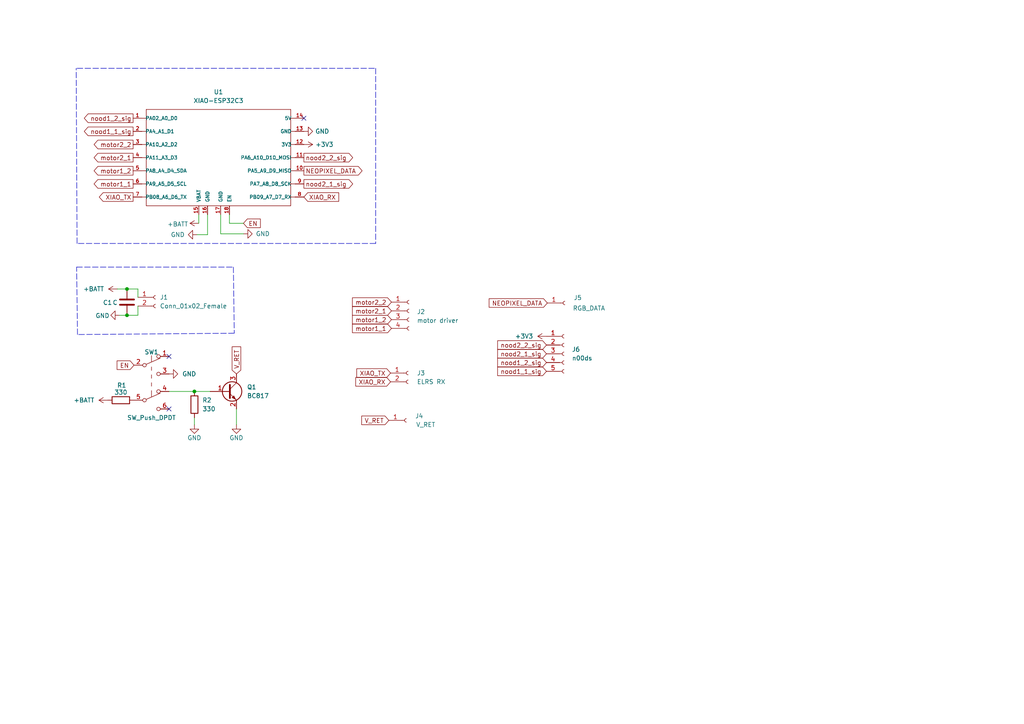
<source format=kicad_sch>
(kicad_sch (version 20211123) (generator eeschema)
  (paper "A4")
  (lib_symbols
    (symbol "Connector:Conn_01x01_Female" (pin_names (offset 1.016) hide)
      (property "Reference" "J" (at 0 2.54 0))
      (property "Value" "Conn_01x01_Female" (at 0 -2.54 0))
      (symbol "Conn_01x01_Female_1_1"
        (polyline (pts (xy -1.27 0) (xy -0.508 0)) (stroke (width 0.1524)))
        (arc (start 0 0.508) (mid -0.508 0) (end 0 -0.508) (stroke (width 0.1524)))
        (pin passive line (at -5.08 0 0) (length 3.81) (name "Pin_1") (number "1"))
      )
    )
    (symbol "Connector:Conn_01x02_Female" (pin_names (offset 1.016) hide)
      (property "Reference" "J" (at 0 2.54 0))
      (property "Value" "Conn_01x02_Female" (at 0 -5.08 0))
      (symbol "Conn_01x02_Female_1_1"
        (arc (start 0 -2.032) (mid -0.508 -2.54) (end 0 -3.048) (stroke (width 0.1524)))
        (polyline (pts (xy -1.27 -2.54) (xy -0.508 -2.54)) (stroke (width 0.1524)))
        (polyline (pts (xy -1.27 0) (xy -0.508 0)) (stroke (width 0.1524)))
        (arc (start 0 0.508) (mid -0.508 0) (end 0 -0.508) (stroke (width 0.1524)))
        (pin passive line (at -5.08 0 0) (length 3.81) (name "Pin_1") (number "1"))
        (pin passive line (at -5.08 -2.54 0) (length 3.81) (name "Pin_2") (number "2"))
      )
    )
    (symbol "Connector:Conn_01x04_Female" (pin_names (offset 1.016) hide)
      (property "Reference" "J" (at 0 5.08 0))
      (property "Value" "Conn_01x04_Female" (at 0 -7.62 0))
      (symbol "Conn_01x04_Female_1_1"
        (arc (start 0 -4.572) (mid -0.508 -5.08) (end 0 -5.588) (stroke (width 0.1524)))
        (arc (start 0 -2.032) (mid -0.508 -2.54) (end 0 -3.048) (stroke (width 0.1524)))
        (polyline (pts (xy -1.27 -5.08) (xy -0.508 -5.08)) (stroke (width 0.1524)))
        (polyline (pts (xy -1.27 -2.54) (xy -0.508 -2.54)) (stroke (width 0.1524)))
        (polyline (pts (xy -1.27 0) (xy -0.508 0)) (stroke (width 0.1524)))
        (polyline (pts (xy -1.27 2.54) (xy -0.508 2.54)) (stroke (width 0.1524)))
        (arc (start 0 0.508) (mid -0.508 0) (end 0 -0.508) (stroke (width 0.1524)))
        (arc (start 0 3.048) (mid -0.508 2.54) (end 0 2.032) (stroke (width 0.1524)))
        (pin passive line (at -5.08 2.54 0) (length 3.81) (name "Pin_1") (number "1"))
        (pin passive line (at -5.08 0 0) (length 3.81) (name "Pin_2") (number "2"))
        (pin passive line (at -5.08 -2.54 0) (length 3.81) (name "Pin_3") (number "3"))
        (pin passive line (at -5.08 -5.08 0) (length 3.81) (name "Pin_4") (number "4"))
      )
    )
    (symbol "Connector:Conn_01x05_Female" (pin_names (offset 1.016) hide)
      (property "Reference" "J" (at 0 7.62 0))
      (property "Value" "Conn_01x05_Female" (at 0 -7.62 0))
      (symbol "Conn_01x05_Female_1_1"
        (arc (start 0 -4.572) (mid -0.508 -5.08) (end 0 -5.588) (stroke (width 0.1524)))
        (arc (start 0 -2.032) (mid -0.508 -2.54) (end 0 -3.048) (stroke (width 0.1524)))
        (polyline (pts (xy -1.27 -5.08) (xy -0.508 -5.08)) (stroke (width 0.1524)))
        (polyline (pts (xy -1.27 -2.54) (xy -0.508 -2.54)) (stroke (width 0.1524)))
        (polyline (pts (xy -1.27 0) (xy -0.508 0)) (stroke (width 0.1524)))
        (polyline (pts (xy -1.27 2.54) (xy -0.508 2.54)) (stroke (width 0.1524)))
        (polyline (pts (xy -1.27 5.08) (xy -0.508 5.08)) (stroke (width 0.1524)))
        (arc (start 0 0.508) (mid -0.508 0) (end 0 -0.508) (stroke (width 0.1524)))
        (arc (start 0 3.048) (mid -0.508 2.54) (end 0 2.032) (stroke (width 0.1524)))
        (arc (start 0 5.588) (mid -0.508 5.08) (end 0 4.572) (stroke (width 0.1524)))
        (pin passive line (at -5.08 5.08 0) (length 3.81) (name "Pin_1") (number "1"))
        (pin passive line (at -5.08 2.54 0) (length 3.81) (name "Pin_2") (number "2"))
        (pin passive line (at -5.08 0 0) (length 3.81) (name "Pin_3") (number "3"))
        (pin passive line (at -5.08 -2.54 0) (length 3.81) (name "Pin_4") (number "4"))
        (pin passive line (at -5.08 -5.08 0) (length 3.81) (name "Pin_5") (number "5"))
      )
    )
    (symbol "Device:C" (pin_numbers hide) (pin_names (offset 0.254))
      (property "Reference" "C" (at 0.635 2.54 0))
      (property "Value" "C" (at 0.635 -2.54 0))
      (symbol "C_0_1"
        (polyline (pts (xy -2.032 -0.762) (xy 2.032 -0.762)) (stroke (width 0.508)))
        (polyline (pts (xy -2.032 0.762) (xy 2.032 0.762)) (stroke (width 0.508)))
      )
      (symbol "C_1_1"
        (pin passive line (at 0 3.81 270) (length 2.794) (name "~") (number "1"))
        (pin passive line (at 0 -3.81 90) (length 2.794) (name "~") (number "2"))
      )
    )
    (symbol "Device:R" (pin_numbers hide) (pin_names (offset 0))
      (property "Reference" "R" (at 2.032 0 90))
      (property "Value" "R" (at 0 0 90))
      (symbol "R_0_1"
        (rectangle (start -1.016 -2.54) (end 1.016 2.54) (stroke (width 0.254)))
      )
      (symbol "R_1_1"
        (pin passive line (at 0 3.81 270) (length 1.27) (name "~") (number "1"))
        (pin passive line (at 0 -3.81 90) (length 1.27) (name "~") (number "2"))
      )
    )
    (symbol "Switch:SW_Push_DPDT" (pin_names (offset 0) hide)
      (property "Reference" "SW" (at 0 8.89 0))
      (property "Value" "SW_Push_DPDT" (at 0 -10.16 0))
      (symbol "SW_Push_DPDT_0_0"
        (circle (center -2.032 -5.08) (radius 0.508))
        (circle (center -2.032 5.08) (radius 0.508))
        (circle (center 2.032 -7.62) (radius 0.508))
        (circle (center 2.032 2.54) (radius 0.508))
      )
      (symbol "SW_Push_DPDT_0_1"
        (polyline (pts (xy -1.524 -4.826) (xy 2.54 -3.048)))
        (polyline (pts (xy -1.524 5.334) (xy 2.54 7.112)))
        (polyline (pts (xy 0 -2.286) (xy 0 -4.064)))
        (polyline (pts (xy 0 -1.016) (xy 0 0)))
        (polyline (pts (xy 0 1.27) (xy 0 2.286)))
        (polyline (pts (xy 0 3.556) (xy 0 4.572)))
        (polyline (pts (xy 0 7.874) (xy 0 6.096)))
        (circle (center 2.032 -2.54) (radius 0.508))
        (circle (center 2.032 7.62) (radius 0.508))
      )
      (symbol "SW_Push_DPDT_1_1"
        (pin passive line (at 5.08 7.62 180) (length 2.54) (name "A") (number "1"))
        (pin passive line (at -5.08 5.08 0) (length 2.54) (name "B") (number "2"))
        (pin passive line (at 5.08 2.54 180) (length 2.54) (name "C") (number "3"))
        (pin passive line (at 5.08 -2.54 180) (length 2.54) (name "A") (number "4"))
        (pin passive line (at -5.08 -5.08 0) (length 2.54) (name "B") (number "5"))
        (pin passive line (at 5.08 -7.62 180) (length 2.54) (name "C") (number "6"))
      )
    )
    (symbol "Transistor_BJT:BC817" (pin_names (offset 0) hide)
      (property "Reference" "Q" (at 5.08 1.905 0))
      (property "Value" "BC817" (at 5.08 0 0))
      (symbol "BC817_0_1"
        (polyline (pts (xy 0.635 0.635) (xy 2.54 2.54)))
        (polyline (pts (xy 0.635 -0.635) (xy 2.54 -2.54) (xy 2.54 -2.54)))
        (polyline (pts (xy 0.635 1.905) (xy 0.635 -1.905) (xy 0.635 -1.905)) (stroke (width 0.508)))
        (polyline (pts (xy 1.27 -1.778) (xy 1.778 -1.27) (xy 2.286 -2.286) (xy 1.27 -1.778) (xy 1.27 -1.778)) (fill (type outline)))
        (circle (center 1.27 0) (radius 2.8194) (stroke (width 0.254)))
      )
      (symbol "BC817_1_1"
        (pin input line (at -5.08 0 0) (length 5.715) (name "B") (number "1"))
        (pin passive line (at 2.54 -5.08 90) (length 2.54) (name "E") (number "2"))
        (pin passive line (at 2.54 5.08 270) (length 2.54) (name "C") (number "3"))
      )
    )
    (symbol "power:+3.3V" (power) (pin_names (offset 0))
      (property "Value" "+3.3V" (at 0 3.556 0))
      (symbol "+3.3V_0_1"
        (polyline (pts (xy -0.762 1.27) (xy 0 2.54)))
        (polyline (pts (xy 0 0) (xy 0 2.54)))
        (polyline (pts (xy 0 2.54) (xy 0.762 1.27)))
      )
      (symbol "+3.3V_1_1"
        (pin power_in line (at 0 0 90) (length 0) hide (name "+3V3") (number "1"))
      )
    )
    (symbol "power:+BATT" (power) (pin_names (offset 0))
      (property "Value" "+BATT" (at 0 3.556 0))
      (symbol "+BATT_0_1"
        (polyline (pts (xy -0.762 1.27) (xy 0 2.54)))
        (polyline (pts (xy 0 0) (xy 0 2.54)))
        (polyline (pts (xy 0 2.54) (xy 0.762 1.27)))
      )
      (symbol "+BATT_1_1"
        (pin power_in line (at 0 0 90) (length 0) hide (name "+BATT") (number "1"))
      )
    )
    (symbol "power:GND" (power) (pin_names (offset 0))
      (property "Value" "GND" (at 0 -3.81 0))
      (symbol "GND_0_1"
        (polyline (pts (xy 0 0) (xy 0 -1.27) (xy 1.27 -1.27) (xy 0 -2.54) (xy -1.27 -1.27) (xy 0 -1.27)))
      )
      (symbol "GND_1_1"
        (pin power_in line (at 0 0 270) (length 0) hide (name "GND") (number "1"))
      )
    )
    (symbol "xiao esp32c3:MOUDLE-SEEEDUINO-XIAO-ESP32C3" (pin_names (offset 1.016))
      (property "Reference" "U" (at -0.635 19.05 0))
      (property "Value" "MOUDLE-SEEEDUINO-XIAO-ESP32C3" (at -18.415 14.605 0))
      (symbol "MOUDLE-SEEEDUINO-XIAO-ESP32C3_0_0"
        (polyline (pts (xy -21.59 -13.97) (xy -21.59 0)) (stroke (width 0.1524)))
        (polyline (pts (xy -21.59 -11.43) (xy -22.86 -11.43)) (stroke (width 0.1524)))
        (polyline (pts (xy -21.59 -7.62) (xy -22.86 -7.62)) (stroke (width 0.1524)))
        (polyline (pts (xy -21.59 -3.81) (xy -22.86 -3.81)) (stroke (width 0.1524)))
        (polyline (pts (xy -21.59 0) (xy -22.86 0)) (stroke (width 0.1524)))
        (polyline (pts (xy -21.59 0) (xy -21.59 3.81)) (stroke (width 0.1524)))
        (polyline (pts (xy -21.59 3.81) (xy -22.86 3.81)) (stroke (width 0.1524)))
        (polyline (pts (xy -21.59 3.81) (xy -21.59 7.62)) (stroke (width 0.1524)))
        (polyline (pts (xy -21.59 7.62) (xy -22.86 7.62)) (stroke (width 0.1524)))
        (polyline (pts (xy -21.59 7.62) (xy -21.59 11.43)) (stroke (width 0.1524)))
        (polyline (pts (xy -21.59 11.43) (xy -22.86 11.43)) (stroke (width 0.1524)))
        (polyline (pts (xy -21.59 11.43) (xy -21.59 13.97)) (stroke (width 0.1524)))
        (polyline (pts (xy -21.59 13.97) (xy 20.32 13.97)) (stroke (width 0.1524)))
        (polyline (pts (xy 20.32 -13.97) (xy -21.59 -13.97)) (stroke (width 0.1524)))
        (polyline (pts (xy 20.32 3.81) (xy 20.32 -13.97)) (stroke (width 0.1524)))
        (polyline (pts (xy 20.32 7.62) (xy 20.32 3.81)) (stroke (width 0.1524)))
        (polyline (pts (xy 20.32 11.43) (xy 20.32 7.62)) (stroke (width 0.1524)))
        (polyline (pts (xy 20.32 13.97) (xy 20.32 11.43)) (stroke (width 0.1524)))
        (polyline (pts (xy 21.59 -11.43) (xy 20.32 -11.43)) (stroke (width 0.1524)))
        (polyline (pts (xy 21.59 -7.62) (xy 20.32 -7.62)) (stroke (width 0.1524)))
        (polyline (pts (xy 21.59 -3.81) (xy 20.32 -3.81)) (stroke (width 0.1524)))
        (polyline (pts (xy 21.59 0) (xy 20.32 0)) (stroke (width 0.1524)))
        (polyline (pts (xy 21.59 3.81) (xy 20.32 3.81)) (stroke (width 0.1524)))
        (polyline (pts (xy 21.59 7.62) (xy 20.32 7.62)) (stroke (width 0.1524)))
        (polyline (pts (xy 21.59 11.43) (xy 20.32 11.43)) (stroke (width 0.1524)))
        (pin bidirectional line (at -25.4 11.43 0) (length 2.54) (name "PA02_A0_D0") (number "1"))
        (pin bidirectional line (at 24.13 -3.81 180) (length 2.54) (name "PA5_A9_D9_MISO") (number "10"))
        (pin bidirectional line (at 24.13 0 180) (length 2.54) (name "PA6_A10_D10_MOSI") (number "11"))
        (pin power_out line (at 24.13 3.81 180) (length 2.54) (name "3V3") (number "12"))
        (pin power_in line (at 24.13 7.62 180) (length 2.54) (name "GND") (number "13"))
        (pin power_out line (at 24.13 11.43 180) (length 2.54) (name "5V") (number "14"))
        (pin power_in line (at -6.35 -16.51 90) (length 2.54) (name "VBAT") (number "15"))
        (pin power_in line (at -3.81 -16.51 90) (length 2.54) (name "GND") (number "16"))
        (pin power_in line (at 0 -16.51 90) (length 2.54) (name "GND") (number "17"))
        (pin input line (at 2.54 -16.51 90) (length 2.54) (name "EN") (number "18"))
        (pin bidirectional line (at -25.4 7.62 0) (length 2.54) (name "PA4_A1_D1") (number "2"))
        (pin bidirectional line (at -25.4 3.81 0) (length 2.54) (name "PA10_A2_D2") (number "3"))
        (pin bidirectional line (at -25.4 0 0) (length 2.54) (name "PA11_A3_D3") (number "4"))
        (pin bidirectional line (at -25.4 -3.81 0) (length 2.54) (name "PA8_A4_D4_SDA") (number "5"))
        (pin bidirectional line (at -25.4 -7.62 0) (length 2.54) (name "PA9_A5_D5_SCL") (number "6"))
        (pin bidirectional line (at -25.4 -11.43 0) (length 2.54) (name "PB08_A6_D6_TX") (number "7"))
        (pin bidirectional line (at 24.13 -11.43 180) (length 2.54) (name "PB09_A7_D7_RX") (number "8"))
        (pin bidirectional line (at 24.13 -7.62 180) (length 2.54) (name "PA7_A8_D8_SCK") (number "9"))
      )
    )
  )
  (junction (at 36.83 83.82))
  (junction (at 36.83 91.44))
  (junction (at 56.388 113.538))
  (no_connect (at 49.022 118.618))
  (no_connect (at 88.138 34.29))
  (no_connect (at 49.022 103.378))
  (wire (pts (xy 66.548 62.23) (xy 66.548 64.77)))
  (wire (pts (xy 70.612 67.818) (xy 64.008 67.818)))
  (wire (pts (xy 56.388 123.19) (xy 56.388 121.158)))
  (wire (pts (xy 64.008 67.818) (xy 64.008 62.23)))
  (wire (pts (xy 34.036 83.82) (xy 36.83 83.82)))
  (wire (pts (xy 68.58 118.618) (xy 68.58 123.19)))
  (wire (pts (xy 40.005 88.773) (xy 40.005 91.44)))
  (wire (pts (xy 34.671 91.44) (xy 36.83 91.44)))
  (polyline (pts (xy 67.691 77.47) (xy 67.945 96.647)))
  (polyline (pts (xy 108.966 19.812) (xy 108.966 70.612)))
  (polyline (pts (xy 22.479 97.028) (xy 22.225 77.47)))
  (wire (pts (xy 57.658 64.77) (xy 57.658 62.23)))
  (wire (pts (xy 40.005 83.82) (xy 36.83 83.82)))
  (wire (pts (xy 56.388 113.538) (xy 60.96 113.538)))
  (wire (pts (xy 60.198 68.072) (xy 60.198 62.23)))
  (polyline (pts (xy 22.352 19.812) (xy 108.966 19.812)))
  (wire (pts (xy 57.15 68.072) (xy 60.198 68.072)))
  (wire (pts (xy 40.005 86.233) (xy 40.005 83.82)))
  (wire (pts (xy 36.83 91.44) (xy 40.005 91.44)))
  (polyline (pts (xy 22.225 77.47) (xy 67.691 77.47)))
  (wire (pts (xy 66.548 64.77) (xy 70.612 64.77)))
  (polyline (pts (xy 108.966 70.612) (xy 22.352 70.612)))
  (polyline (pts (xy 22.352 70.612) (xy 22.098 19.812)))
  (polyline (pts (xy 67.945 96.647) (xy 22.479 97.028)))
  (wire (pts (xy 49.022 113.538) (xy 56.388 113.538)))
  (global_label "nood1_1_sig" (shape output) (at 38.608 38.1 180) (property "Intersheet References" "${INTERSHEET_REFS}" (effects hide)))
  (global_label "V_RET" (shape input) (at 112.776 121.92 180) (property "Intersheet References" "${INTERSHEET_REFS}" (effects hide)))
  (global_label "nood1_1_sig" (shape input) (at 158.496 107.696 180) (property "Intersheet References" "${INTERSHEET_REFS}" (effects hide)))
  (global_label "motor2_2" (shape output) (at 38.608 41.91 180) (property "Intersheet References" "${INTERSHEET_REFS}" (effects hide)))
  (global_label "XIAO_TX" (shape input) (at 113.284 108.204 180) (property "Intersheet References" "${INTERSHEET_REFS}" (effects hide)))
  (global_label "nood2_2_sig" (shape input) (at 158.496 100.076 180) (property "Intersheet References" "${INTERSHEET_REFS}" (effects hide)))
  (global_label "nood2_1_sig" (shape input) (at 158.496 102.616 180) (property "Intersheet References" "${INTERSHEET_REFS}" (effects hide)))
  (global_label "XIAO_RX" (shape input) (at 113.284 110.744 180) (property "Intersheet References" "${INTERSHEET_REFS}" (effects hide)))
  (global_label "NEOPIXEL_DATA" (shape output) (at 88.138 49.53 0) (property "Intersheet References" "${INTERSHEET_REFS}" (effects hide)))
  (global_label "nood2_1_sig" (shape output) (at 88.138 53.34 0) (property "Intersheet References" "${INTERSHEET_REFS}" (effects hide)))
  (global_label "nood1_2_sig" (shape output) (at 38.608 34.29 180) (property "Intersheet References" "${INTERSHEET_REFS}" (effects hide)))
  (global_label "EN" (shape input) (at 38.862 105.918 180) (property "Intersheet References" "${INTERSHEET_REFS}" (effects hide)))
  (global_label "motor1_2" (shape output) (at 38.608 49.53 180) (property "Intersheet References" "${INTERSHEET_REFS}" (effects hide)))
  (global_label "motor1_1" (shape output) (at 38.608 53.34 180) (property "Intersheet References" "${INTERSHEET_REFS}" (effects hide)))
  (global_label "motor1_2" (shape input) (at 113.538 92.71 180) (property "Intersheet References" "${INTERSHEET_REFS}" (effects hide)))
  (global_label "EN" (shape input) (at 70.612 64.77 0) (property "Intersheet References" "${INTERSHEET_REFS}" (effects hide)))
  (global_label "motor2_1" (shape input) (at 113.538 90.17 180) (property "Intersheet References" "${INTERSHEET_REFS}" (effects hide)))
  (global_label "nood1_2_sig" (shape input) (at 158.496 105.156 180) (property "Intersheet References" "${INTERSHEET_REFS}" (effects hide)))
  (global_label "V_RET" (shape input) (at 68.58 108.458 90) (property "Intersheet References" "${INTERSHEET_REFS}" (effects hide)))
  (global_label "motor2_1" (shape output) (at 38.608 45.72 180) (property "Intersheet References" "${INTERSHEET_REFS}" (effects hide)))
  (global_label "motor1_1" (shape input) (at 113.538 95.25 180) (property "Intersheet References" "${INTERSHEET_REFS}" (effects hide)))
  (global_label "nood2_2_sig" (shape output) (at 88.138 45.72 0) (property "Intersheet References" "${INTERSHEET_REFS}" (effects hide)))
  (global_label "XIAO_RX" (shape input) (at 88.138 57.15 0) (property "Intersheet References" "${INTERSHEET_REFS}" (effects hide)))
  (global_label "NEOPIXEL_DATA" (shape input) (at 158.75 87.884 180) (property "Intersheet References" "${INTERSHEET_REFS}" (effects hide)))
  (global_label "motor2_2" (shape input) (at 113.538 87.63 180) (property "Intersheet References" "${INTERSHEET_REFS}" (effects hide)))
  (global_label "XIAO_TX" (shape output) (at 38.608 57.15 180) (property "Intersheet References" "${INTERSHEET_REFS}" (effects hide)))
  (symbol (lib_id "Connector:Conn_01x01_Female") (at 117.856 121.92 0) (unit 1)
    (property "Reference" "J4" (at 120.396 120.65 0) (effects (justify left)))
    (property "Value" "V_RET" (at 120.65 123.19 0) (effects (justify left)))
    (property "Footprint" "haribo_kimchi_boards:smd_solder_pads_1x01_2.54mm" (effects hide))
  )
  (symbol (lib_id "Connector:Conn_01x02_Female") (at 118.364 108.204 0) (unit 1)
    (property "Reference" "J3" (at 120.904 108.204 0) (effects (justify left)))
    (property "Value" "ELRS RX" (at 120.904 110.744 0) (effects (justify left)))
    (property "Footprint" "haribo_kimchi_boards:smd_solder_pads_1x02_2.54mm" (effects hide))
  )
  (symbol (lib_id "Device:R") (at 56.388 117.348 180) (unit 1)
    (property "Reference" "R2" (at 58.674 116.0779 0) (effects (justify right)))
    (property "Value" "330" (at 58.674 118.6179 0) (effects (justify right)))
    (property "Footprint" "Resistor_SMD:R_0805_2012Metric_Pad1.20x1.40mm_HandSolder" (effects hide))
  )
  (symbol (lib_id "Connector:Conn_01x01_Female") (at 163.83 87.884 0) (unit 1)
    (property "Reference" "J5" (at 166.37 86.36 0) (effects (justify left)))
    (property "Value" "RGB_DATA" (at 166.116 89.408 0) (effects (justify left)))
    (property "Footprint" "haribo_kimchi_boards:smd_solder_pads_1x01_2.54mm" (effects hide))
  )
  (symbol (lib_id "Switch:SW_Push_DPDT") (at 43.942 110.998 0) (unit 1)
    (property "Reference" "SW1" (at 43.942 102.108 0))
    (property "Value" "SW_Push_DPDT" (at 43.942 121.158 0))
    (property "Footprint" "haribo_kimchi_extra_footprints:Nidec_2x03_dpdt_CL-SB-22B-11" (effects hide))
  )
  (symbol (lib_id "power:+3.3V") (at 88.138 41.91 270) (unit 1)
    (property "Reference" "#PWR0112" (effects hide))
    (property "Value" "+3.3V" (at 91.44 41.9099 90) (effects (justify left)))
  )
  (symbol (lib_id "Transistor_BJT:BC817") (at 66.04 113.538 0) (unit 1)
    (property "Reference" "Q1" (at 71.628 112.2679 0) (effects (justify left)))
    (property "Value" "BC817" (at 71.628 114.8079 0) (effects (justify left)))
    (property "Footprint" "Package_TO_SOT_SMD:SOT-23" (effects hide))
    (property "Datasheet" "https://www.onsemi.com/pub/Collateral/BC818-D.pdf" (effects hide))
  )
  (symbol (lib_id "power:+BATT") (at 31.242 116.078 90) (unit 1)
    (property "Reference" "#PWR01" (effects hide))
    (property "Value" "+BATT" (at 27.432 116.0779 90) (effects (justify left)))
  )
  (symbol (lib_id "xiao esp32c3:MOUDLE-SEEEDUINO-XIAO-ESP32C3") (at 64.008 45.72 0) (unit 1)
    (property "Reference" "U1" (at 63.373 26.67 0))
    (property "Value" "XIAO-ESP32C3" (at 63.373 29.21 0))
    (property "Footprint" "xiao esp32c3:MOUDLE14P-SMD-2.54-21X17.8MM" (effects hide))
  )
  (symbol (lib_id "power:GND") (at 70.612 67.818 90) (unit 1)
    (property "Reference" "#PWR05" (effects hide))
    (property "Value" "GND" (at 74.168 67.8179 90) (effects (justify right)))
  )
  (symbol (lib_id "power:GND") (at 34.671 91.44 270) (unit 1)
    (property "Reference" "#PWR0106" (effects hide))
    (property "Value" "GND" (at 29.718 91.567 90))
  )
  (symbol (lib_id "power:+BATT") (at 57.658 64.77 90) (unit 1)
    (property "Reference" "#PWR0110" (effects hide))
    (property "Value" "+BATT" (at 48.514 65.024 90) (effects (justify right)))
  )
  (symbol (lib_id "power:GND") (at 49.022 108.458 90) (unit 1)
    (property "Reference" "#PWR02" (effects hide))
    (property "Value" "GND" (at 52.832 108.458 90) (effects (justify right)))
  )
  (symbol (lib_id "Connector:Conn_01x02_Female") (at 45.085 86.233 0) (unit 1)
    (property "Reference" "J1" (at 46.355 86.2329 0) (effects (justify left)))
    (property "Value" "Conn_01x02_Female" (at 46.355 88.7729 0) (effects (justify left)))
    (property "Footprint" "haribo_kimchi_boards:smd_solder_pads_1x02_2.54mm" (effects hide))
  )
  (symbol (lib_id "power:GND") (at 56.388 123.19 0) (unit 1)
    (property "Reference" "#PWR03" (effects hide))
    (property "Value" "GND" (at 58.42 127 0) (effects (justify right)))
  )
  (symbol (lib_id "Device:R") (at 35.052 116.078 90) (unit 1)
    (property "Reference" "R1" (at 35.306 111.76 90))
    (property "Value" "330" (at 35.052 113.792 90))
    (property "Footprint" "Resistor_SMD:R_0805_2012Metric_Pad1.20x1.40mm_HandSolder" (effects hide))
  )
  (symbol (lib_id "power:+3.3V") (at 158.496 97.536 90) (unit 1)
    (property "Reference" "#PWR0113" (effects hide))
    (property "Value" "+3.3V" (at 149.352 97.536 90) (effects (justify right)))
  )
  (symbol (lib_id "power:GND") (at 88.138 38.1 90) (unit 1)
    (property "Reference" "#PWR0108" (effects hide))
    (property "Value" "GND" (at 95.504 38.1 90) (effects (justify left)))
  )
  (symbol (lib_id "Connector:Conn_01x05_Female") (at 163.576 102.616 0) (unit 1)
    (property "Reference" "J6" (at 165.862 101.346 0) (effects (justify left)))
    (property "Value" "n00ds" (at 165.862 103.8859 0) (effects (justify left)))
    (property "Footprint" "haribo_kimchi_boards:smd_solder_pads_1x05_n00ds_v3_smaller" (effects hide))
  )
  (symbol (lib_id "Connector:Conn_01x04_Female") (at 118.618 90.17 0) (unit 1)
    (property "Reference" "J2" (at 120.904 90.424 0) (effects (justify left)))
    (property "Value" "motor driver" (at 120.904 92.964 0) (effects (justify left)))
    (property "Footprint" "haribo_kimchi_boards:smd_solder_pads_1x04" (effects hide))
  )
  (symbol (lib_id "power:+BATT") (at 34.036 83.82 90) (unit 1)
    (property "Reference" "#PWR0109" (effects hide))
    (property "Value" "+BATT" (at 30.226 83.8199 90) (effects (justify left)))
  )
  (symbol (lib_id "power:GND") (at 68.58 123.19 0) (unit 1)
    (property "Reference" "#PWR04" (effects hide))
    (property "Value" "GND" (at 70.612 127 0) (effects (justify right)))
  )
  (symbol (lib_id "power:GND") (at 57.15 68.072 270) (unit 1)
    (property "Reference" "#PWR0107" (effects hide))
    (property "Value" "GND" (at 53.594 68.0719 90) (effects (justify right)))
  )
  (symbol (lib_id "Device:C") (at 36.83 87.63 0) (unit 1)
    (property "Reference" "C1" (at 29.845 87.757 0) (effects (justify left)))
    (property "Value" "C" (at 32.639 87.757 0) (effects (justify left)))
    (property "Footprint" "Capacitor_SMD:C_0805_2012Metric_Pad1.18x1.45mm_HandSolder" (effects hide))
  )
)
</source>
